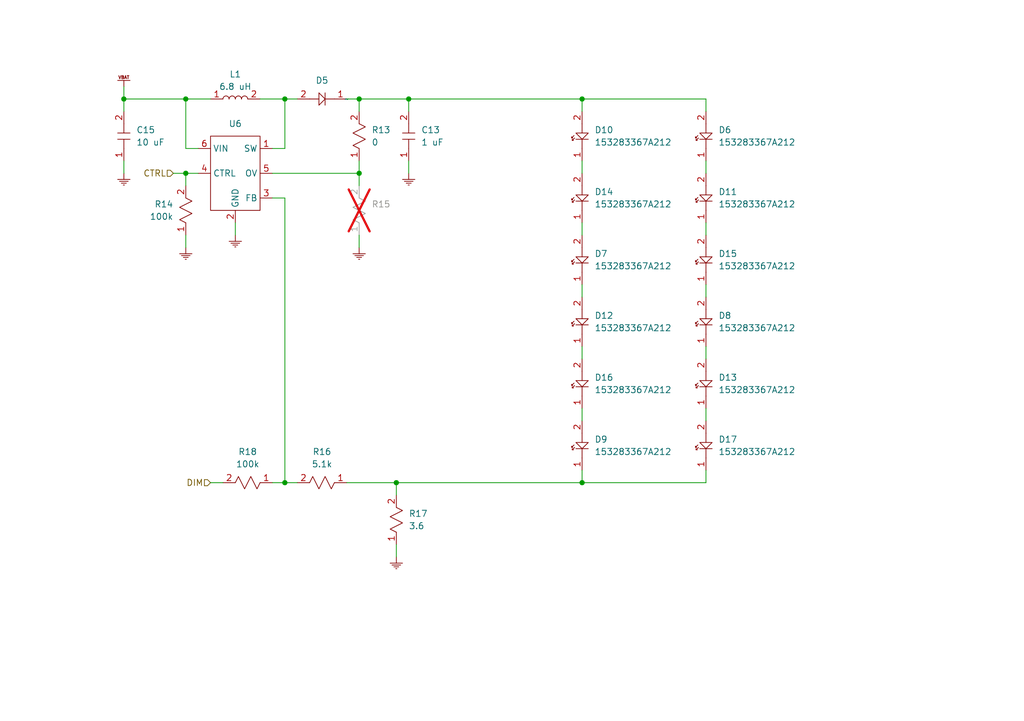
<source format=kicad_sch>
(kicad_sch (version 20230121) (generator eeschema)
  (paper "A5")
  (lib_symbols
    (symbol "zandmd:AP3032KTR-G1"
      (property "Reference" "U" (at 0 0 0))
      (symbol "AP3032KTR-G1_0_1"
        (rectangle (start 2.54 17.78) (end 12.7 2.54))
      )
      (symbol "AP3032KTR-G1_1_1"
        (pin power_out line (at 15.24 15.24 180) (length 2.54) (name "SW") (number "1"))
        (pin passive line (at 7.62 0 90) (length 2.54) (name "GND") (number "2"))
        (pin input line (at 15.24 5.08 180) (length 2.54) (name "FB") (number "3"))
        (pin input line (at 0 10.16 0) (length 2.54) (name "CTRL") (number "4"))
        (pin input line (at 15.24 10.16 180) (length 2.54) (name "OV") (number "5"))
        (pin power_in line (at 0 15.24 0) (length 2.54) (name "VIN") (number "6"))
      )
    )
    (symbol "zandmd:CAPACITOR" (pin_names (offset 0))
      (property "Reference" "C" (at 0 0 0))
      (property "Value" "C" (at 0 0 0))
      (symbol "CAPACITOR_0_1"
        (polyline (pts (xy 2.54 0) (xy 4.445 0)))
        (polyline (pts (xy 4.445 1.27) (xy 4.445 -1.27)))
        (polyline (pts (xy 5.715 1.27) (xy 5.715 -1.27)))
        (polyline (pts (xy 7.62 0) (xy 5.715 0)))
      )
      (symbol "CAPACITOR_1_1"
        (pin passive line (at 0 0 0) (length 2.54) (name "") (number "1"))
        (pin passive line (at 10.16 0 180) (length 2.54) (name "") (number "2"))
      )
    )
    (symbol "zandmd:DIODE" (pin_names (offset 0))
      (property "Reference" "D" (at 0 0 0))
      (symbol "DIODE_0_1"
        (polyline (pts (xy 4.445 0) (xy 2.54 0)))
        (polyline (pts (xy 4.445 1.27) (xy 4.445 -1.27)))
        (polyline (pts (xy 7.62 0) (xy 5.715 0)))
        (polyline (pts (xy 4.445 0) (xy 5.715 -1.27) (xy 5.715 1.27) (xy 4.445 0)))
      )
      (symbol "DIODE_1_1"
        (pin passive line (at 0 0 0) (length 2.54) (name "") (number "1"))
        (pin passive line (at 10.16 0 180) (length 2.54) (name "") (number "2"))
      )
    )
    (symbol "zandmd:GND" (power) (pin_names (offset 0))
      (symbol "GND_0_1"
        (polyline (pts (xy -1.27 -1.27) (xy 1.27 -1.27)))
        (polyline (pts (xy -0.889 -1.651) (xy 0.889 -1.651)))
        (polyline (pts (xy -0.508 -2.032) (xy 0.508 -2.032)))
        (polyline (pts (xy -0.127 -2.413) (xy 0.127 -2.413)))
        (polyline (pts (xy 0 0) (xy 0 -1.27)))
      )
      (symbol "GND_1_1"
        (pin power_in line (at 0 0 270) (length 0) hide (name "GND") (number "1"))
      )
    )
    (symbol "zandmd:INDUCTOR" (pin_names (offset 0))
      (property "Reference" "L" (at 0 0 0))
      (property "Value" "L" (at 0 0 0))
      (symbol "INDUCTOR_0_1"
        (arc (start 3.81 0) (mid 3.175 0.6238) (end 2.54 0))
        (arc (start 5.08 0) (mid 4.445 0.6238) (end 3.81 0))
        (arc (start 6.35 0) (mid 5.715 0.6238) (end 5.08 0))
        (arc (start 7.62 0) (mid 6.985 0.6238) (end 6.35 0))
      )
      (symbol "INDUCTOR_1_1"
        (pin passive line (at 0 0 0) (length 2.54) (name "") (number "1"))
        (pin passive line (at 10.16 0 180) (length 2.54) (name "") (number "2"))
      )
    )
    (symbol "zandmd:LED" (pin_names (offset 0) hide)
      (property "Reference" "D" (at 0 0 0))
      (property "Value" "LED" (at 0 0 0))
      (symbol "LED_0_1"
        (polyline (pts (xy 4.445 0) (xy 2.54 0)))
        (polyline (pts (xy 4.445 1.27) (xy 4.445 -1.27)))
        (polyline (pts (xy 7.62 0) (xy 5.715 0)))
        (polyline (pts (xy 4.445 0) (xy 5.715 -1.27) (xy 5.715 1.27) (xy 4.445 0)))
        (polyline (pts (xy 4.699 1.524) (xy 4.191 2.032) (xy 4.191 1.778) (xy 4.445 2.032) (xy 4.191 2.032)))
        (polyline (pts (xy 5.207 1.651) (xy 4.699 2.159) (xy 4.699 1.905) (xy 4.953 2.159) (xy 4.699 2.159)))
      )
      (symbol "LED_1_1"
        (pin passive line (at 0 0 0) (length 2.54) (name "K") (number "1"))
        (pin passive line (at 10.16 0 180) (length 2.54) (name "A") (number "2"))
      )
    )
    (symbol "zandmd:RESISTOR" (pin_names (offset 0))
      (property "Reference" "R" (at 0 0 0))
      (property "Value" "R" (at 0 0 0))
      (symbol "RESISTOR_0_1"
        (polyline (pts (xy 2.54 0) (xy 3.175 1.27) (xy 4.445 -1.27) (xy 5.715 1.27) (xy 6.985 -1.27) (xy 7.62 0)))
      )
      (symbol "RESISTOR_1_1"
        (pin passive line (at 0 0 0) (length 2.54) (name "") (number "1"))
        (pin passive line (at 10.16 0 180) (length 2.54) (name "") (number "2"))
      )
    )
    (symbol "zandmd:VBAT" (power) (pin_names (offset 0))
      (symbol "VBAT_0_1"
        (polyline (pts (xy -1.27 1.27) (xy 1.27 1.27)))
        (polyline (pts (xy 0 0) (xy 0 1.27)))
      )
      (symbol "VBAT_1_1"
        (text "VBAT" (at 0 1.905 0) (effects (font (size 0.635 0.635))))
        (pin power_in line (at 0 0 90) (length 0) hide (name "VBAT") (number "1"))
      )
    )
  )
  (junction (at 119.38 99.06))
  (junction (at 38.1 20.32))
  (junction (at 58.42 99.06))
  (junction (at 73.66 20.32))
  (junction (at 119.38 20.32))
  (junction (at 81.28 99.06))
  (junction (at 38.1 35.56))
  (junction (at 83.82 20.32))
  (junction (at 25.4 20.32))
  (junction (at 73.66 35.56))
  (junction (at 58.42 20.32))
  (wire (pts (xy 119.38 71.12) (xy 119.38 73.66)))
  (wire (pts (xy 58.42 20.32) (xy 58.42 30.48)))
  (wire (pts (xy 83.82 33.02) (xy 83.82 35.56)))
  (wire (pts (xy 81.28 111.76) (xy 81.28 114.3)))
  (wire (pts (xy 73.66 33.02) (xy 73.66 35.56)))
  (wire (pts (xy 73.66 35.56) (xy 73.66 38.1)))
  (wire (pts (xy 38.1 35.56) (xy 40.64 35.56)))
  (wire (pts (xy 53.34 20.32) (xy 58.42 20.32)))
  (wire (pts (xy 38.1 20.32) (xy 38.1 30.48)))
  (wire (pts (xy 119.38 22.86) (xy 119.38 20.32)))
  (wire (pts (xy 58.42 40.64) (xy 58.42 99.06)))
  (wire (pts (xy 38.1 35.56) (xy 38.1 38.1)))
  (wire (pts (xy 144.78 71.12) (xy 144.78 73.66)))
  (wire (pts (xy 25.4 33.02) (xy 25.4 35.56)))
  (wire (pts (xy 144.78 45.72) (xy 144.78 48.26)))
  (wire (pts (xy 144.78 22.86) (xy 144.78 20.32)))
  (wire (pts (xy 43.18 99.06) (xy 45.72 99.06)))
  (wire (pts (xy 73.66 20.32) (xy 71.12 20.32)))
  (wire (pts (xy 119.38 96.52) (xy 119.38 99.06)))
  (wire (pts (xy 43.18 20.32) (xy 38.1 20.32)))
  (wire (pts (xy 38.1 48.26) (xy 38.1 50.8)))
  (wire (pts (xy 38.1 30.48) (xy 40.64 30.48)))
  (wire (pts (xy 71.12 99.06) (xy 81.28 99.06)))
  (wire (pts (xy 83.82 22.86) (xy 83.82 20.32)))
  (wire (pts (xy 81.28 99.06) (xy 119.38 99.06)))
  (wire (pts (xy 58.42 30.48) (xy 55.88 30.48)))
  (wire (pts (xy 58.42 40.64) (xy 55.88 40.64)))
  (wire (pts (xy 119.38 20.32) (xy 144.78 20.32)))
  (wire (pts (xy 119.38 83.82) (xy 119.38 86.36)))
  (wire (pts (xy 25.4 20.32) (xy 38.1 20.32)))
  (wire (pts (xy 55.88 35.56) (xy 73.66 35.56)))
  (wire (pts (xy 73.66 20.32) (xy 83.82 20.32)))
  (wire (pts (xy 144.78 96.52) (xy 144.78 99.06)))
  (wire (pts (xy 55.88 99.06) (xy 58.42 99.06)))
  (wire (pts (xy 25.4 22.86) (xy 25.4 20.32)))
  (wire (pts (xy 58.42 20.32) (xy 60.96 20.32)))
  (wire (pts (xy 48.26 45.72) (xy 48.26 48.26)))
  (wire (pts (xy 35.56 35.56) (xy 38.1 35.56)))
  (wire (pts (xy 119.38 58.42) (xy 119.38 60.96)))
  (wire (pts (xy 25.4 17.78) (xy 25.4 20.32)))
  (wire (pts (xy 144.78 99.06) (xy 119.38 99.06)))
  (wire (pts (xy 73.66 20.32) (xy 73.66 22.86)))
  (wire (pts (xy 144.78 58.42) (xy 144.78 60.96)))
  (wire (pts (xy 144.78 83.82) (xy 144.78 86.36)))
  (wire (pts (xy 119.38 33.02) (xy 119.38 35.56)))
  (wire (pts (xy 144.78 33.02) (xy 144.78 35.56)))
  (wire (pts (xy 119.38 45.72) (xy 119.38 48.26)))
  (wire (pts (xy 60.96 99.06) (xy 58.42 99.06)))
  (wire (pts (xy 83.82 20.32) (xy 119.38 20.32)))
  (wire (pts (xy 81.28 99.06) (xy 81.28 101.6)))
  (wire (pts (xy 73.66 48.26) (xy 73.66 50.8)))
  (hierarchical_label "CTRL" (shape input) (at 35.56 35.56 180))
  (hierarchical_label "DIM" (shape input) (at 43.18 99.06 180))
  (symbol (lib_id "zandmd:LED") (at 144.78 45.72 90) (unit 1)
    (property "Reference" "D11" (at 147.32 39.37 90) (effects (justify right)))
    (property "Value" "153283367A212" (at 147.32 41.91 90) (effects (justify right)))
    (property "Footprint" "zandmd:PASSIVE-POL-LED-153283367A212" (effects hide))
    (property "Sim.Enable" "0" (effects hide))
  )
  (symbol (lib_id "zandmd:LED") (at 144.78 33.02 90) (unit 1)
    (property "Reference" "D6" (at 147.32 26.67 90) (effects (justify right)))
    (property "Value" "153283367A212" (at 147.32 29.21 90) (effects (justify right)))
    (property "Footprint" "zandmd:PASSIVE-POL-LED-153283367A212" (effects hide))
    (property "Sim.Enable" "0" (effects hide))
  )
  (symbol (lib_id "zandmd:LED") (at 144.78 83.82 90) (unit 1)
    (property "Reference" "D13" (at 147.32 77.47 90) (effects (justify right)))
    (property "Value" "153283367A212" (at 147.32 80.01 90) (effects (justify right)))
    (property "Footprint" "zandmd:PASSIVE-POL-LED-153283367A212" (effects hide))
    (property "Sim.Enable" "0" (effects hide))
  )
  (symbol (lib_id "zandmd:LED") (at 119.38 58.42 90) (unit 1)
    (property "Reference" "D7" (at 121.92 52.07 90) (effects (justify right)))
    (property "Value" "153283367A212" (at 121.92 54.61 90) (effects (justify right)))
    (property "Footprint" "zandmd:PASSIVE-POL-LED-153283367A212" (effects hide))
    (property "Sim.Enable" "0" (effects hide))
  )
  (symbol (lib_id "zandmd:GND") (at 48.26 48.26 0) (unit 1)
    (property "Reference" "#PWR045" (effects hide))
    (property "Value" "GND" (effects hide))
  )
  (symbol (lib_id "zandmd:VBAT") (at 25.4 17.78 0) (unit 1)
    (property "Reference" "#PWR043" (effects hide))
    (property "Value" "VBAT" (effects hide))
  )
  (symbol (lib_id "zandmd:LED") (at 119.38 33.02 90) (unit 1)
    (property "Reference" "D10" (at 121.92 26.67 90) (effects (justify right)))
    (property "Value" "153283367A212" (at 121.92 29.21 90) (effects (justify right)))
    (property "Footprint" "zandmd:PASSIVE-POL-LED-153283367A212" (effects hide))
    (property "Sim.Enable" "0" (effects hide))
  )
  (symbol (lib_id "zandmd:LED") (at 144.78 71.12 90) (unit 1)
    (property "Reference" "D8" (at 147.32 64.77 90) (effects (justify right)))
    (property "Value" "153283367A212" (at 147.32 67.31 90) (effects (justify right)))
    (property "Footprint" "zandmd:PASSIVE-POL-LED-153283367A212" (effects hide))
    (property "Sim.Enable" "0" (effects hide))
  )
  (symbol (lib_id "zandmd:LED") (at 144.78 58.42 90) (unit 1)
    (property "Reference" "D15" (at 147.32 52.07 90) (effects (justify right)))
    (property "Value" "153283367A212" (at 147.32 54.61 90) (effects (justify right)))
    (property "Footprint" "zandmd:PASSIVE-POL-LED-153283367A212" (effects hide))
    (property "Sim.Enable" "0" (effects hide))
  )
  (symbol (lib_id "zandmd:RESISTOR") (at 55.88 99.06 180) (unit 1)
    (property "Reference" "R18" (at 50.8 92.71 0))
    (property "Value" "100k" (at 50.8 95.25 0))
    (property "Footprint" "zandmd:PASSIVE-NPOL-0805" (effects hide))
    (property "Sim.Device" "R" (effects hide))
    (property "Sim.Pins" "1=+ 2=-" (effects hide))
  )
  (symbol (lib_id "zandmd:LED") (at 119.38 83.82 90) (unit 1)
    (property "Reference" "D16" (at 121.92 77.47 90) (effects (justify right)))
    (property "Value" "153283367A212" (at 121.92 80.01 90) (effects (justify right)))
    (property "Footprint" "zandmd:PASSIVE-POL-LED-153283367A212" (effects hide))
    (property "Sim.Enable" "0" (effects hide))
  )
  (symbol (lib_id "zandmd:CAPACITOR") (at 25.4 33.02 90) (unit 1)
    (property "Reference" "C15" (at 27.94 26.67 90) (effects (justify right)))
    (property "Value" "10 uF" (at 27.94 29.21 90) (effects (justify right)))
    (property "Footprint" "zandmd:PASSIVE-NPOL-0805" (effects hide))
    (property "Sim.Device" "C" (effects hide))
    (property "Sim.Pins" "1=+ 2=-" (effects hide))
  )
  (symbol (lib_id "zandmd:RESISTOR") (at 71.12 99.06 180) (unit 1)
    (property "Reference" "R16" (at 66.04 92.71 0))
    (property "Value" "5.1k" (at 66.04 95.25 0))
    (property "Footprint" "zandmd:PASSIVE-NPOL-0805" (effects hide))
    (property "Sim.Device" "R" (effects hide))
    (property "Sim.Pins" "1=+ 2=-" (effects hide))
  )
  (symbol (lib_id "zandmd:GND") (at 83.82 35.56 0) (unit 1)
    (property "Reference" "#PWR048" (effects hide))
    (property "Value" "GND" (effects hide))
  )
  (symbol (lib_id "zandmd:LED") (at 144.78 96.52 90) (unit 1)
    (property "Reference" "D17" (at 147.32 90.17 90) (effects (justify right)))
    (property "Value" "153283367A212" (at 147.32 92.71 90) (effects (justify right)))
    (property "Footprint" "zandmd:PASSIVE-POL-LED-153283367A212" (effects hide))
    (property "Sim.Enable" "0" (effects hide))
  )
  (symbol (lib_id "zandmd:GND") (at 81.28 114.3 0) (unit 1)
    (property "Reference" "#PWR049" (effects hide))
    (property "Value" "GND" (effects hide))
  )
  (symbol (lib_id "zandmd:LED") (at 119.38 45.72 90) (unit 1)
    (property "Reference" "D14" (at 121.92 39.37 90) (effects (justify right)))
    (property "Value" "153283367A212" (at 121.92 41.91 90) (effects (justify right)))
    (property "Footprint" "zandmd:PASSIVE-POL-LED-153283367A212" (effects hide))
    (property "Sim.Enable" "0" (effects hide))
  )
  (symbol (lib_id "zandmd:GND") (at 38.1 50.8 0) (unit 1)
    (property "Reference" "#PWR046" (effects hide))
    (property "Value" "GND" (effects hide))
  )
  (symbol (lib_id "zandmd:RESISTOR") (at 38.1 48.26 90) (unit 1)
    (property "Reference" "R14" (at 35.56 41.91 90) (effects (justify left)))
    (property "Value" "100k" (at 35.56 44.45 90) (effects (justify left)))
    (property "Footprint" "zandmd:PASSIVE-NPOL-0805" (effects hide))
    (property "Sim.Device" "R" (effects hide))
    (property "Sim.Pins" "1=+ 2=-" (effects hide))
  )
  (symbol (lib_id "zandmd:RESISTOR") (at 73.66 48.26 90) (unit 1) (dnp yes)
    (property "Reference" "R15" (at 76.2 41.91 90) (effects (justify right)))
    (property "Value" "R" (effects hide))
    (property "Footprint" "zandmd:PASSIVE-NPOL-0805" (effects hide))
    (property "Sim.Device" "R" (effects hide))
    (property "Sim.Pins" "1=+ 2=-" (effects hide))
  )
  (symbol (lib_id "zandmd:LED") (at 119.38 96.52 90) (unit 1)
    (property "Reference" "D9" (at 121.92 90.17 90) (effects (justify right)))
    (property "Value" "153283367A212" (at 121.92 92.71 90) (effects (justify right)))
    (property "Footprint" "zandmd:PASSIVE-POL-LED-153283367A212" (effects hide))
    (property "Sim.Enable" "0" (effects hide))
  )
  (symbol (lib_id "zandmd:RESISTOR") (at 81.28 111.76 90) (unit 1)
    (property "Reference" "R17" (at 83.82 105.41 90) (effects (justify right)))
    (property "Value" "3.6" (at 83.82 107.95 90) (effects (justify right)))
    (property "Footprint" "zandmd:PASSIVE-NPOL-0805" (effects hide))
    (property "Sim.Device" "R" (effects hide))
    (property "Sim.Pins" "1=+ 2=-" (effects hide))
  )
  (symbol (lib_id "zandmd:INDUCTOR") (at 43.18 20.32 0) (unit 1)
    (property "Reference" "L1" (at 48.26 15.24 0))
    (property "Value" "6.8 uH" (at 48.26 17.78 0))
    (property "Footprint" "zandmd:PASSIVE-NPOL-0805" (effects hide))
    (property "Sim.Device" "L" (effects hide))
    (property "Sim.Pins" "1=+ 2=-" (effects hide))
  )
  (symbol (lib_id "zandmd:AP3032KTR-G1") (at 40.64 45.72 0) (unit 1)
    (property "Reference" "U6" (at 48.26 25.4 0))
    (property "Value" "AP3032KTR-G1" (effects hide))
    (property "Footprint" "zandmd:AP3032KTR-G1" (effects hide))
    (property "Datasheet" "https://www.diodes.com/assets/Datasheets/AP3032.pdf" (effects hide))
    (property "Sim.Enable" "0" (effects hide))
  )
  (symbol (lib_id "zandmd:RESISTOR") (at 73.66 33.02 90) (unit 1)
    (property "Reference" "R13" (at 76.2 26.67 90) (effects (justify right)))
    (property "Value" "0" (at 76.2 29.21 90) (effects (justify right)))
    (property "Footprint" "zandmd:PASSIVE-NPOL-0805" (effects hide))
    (property "Sim.Device" "R" (effects hide))
    (property "Sim.Pins" "1=+ 2=-" (effects hide))
  )
  (symbol (lib_id "zandmd:GND") (at 73.66 50.8 0) (unit 1)
    (property "Reference" "#PWR047" (effects hide))
    (property "Value" "GND" (effects hide))
  )
  (symbol (lib_id "zandmd:CAPACITOR") (at 83.82 33.02 90) (unit 1)
    (property "Reference" "C13" (at 86.36 26.67 90) (effects (justify right)))
    (property "Value" "1 uF" (at 86.36 29.21 90) (effects (justify right)))
    (property "Footprint" "zandmd:PASSIVE-NPOL-0805" (effects hide))
    (property "Sim.Device" "C" (effects hide))
    (property "Sim.Pins" "1=+ 2=-" (effects hide))
  )
  (symbol (lib_id "zandmd:GND") (at 25.4 35.56 0) (unit 1)
    (property "Reference" "#PWR044" (effects hide))
    (property "Value" "GND" (effects hide))
  )
  (symbol (lib_id "zandmd:DIODE") (at 71.12 20.32 180) (unit 1)
    (property "Reference" "D5" (at 66.04 16.51 0))
    (property "Value" "~" (at 71.12 20.32 0))
    (property "Footprint" "zandmd:PASSIVE-POL-0805" (effects hide))
    (property "Sim.Enable" "0" (effects hide))
  )
  (symbol (lib_id "zandmd:LED") (at 119.38 71.12 90) (unit 1)
    (property "Reference" "D12" (at 121.92 64.77 90) (effects (justify right)))
    (property "Value" "153283367A212" (at 121.92 67.31 90) (effects (justify right)))
    (property "Footprint" "zandmd:PASSIVE-POL-LED-153283367A212" (effects hide))
    (property "Sim.Enable" "0" (effects hide))
  )
)
</source>
